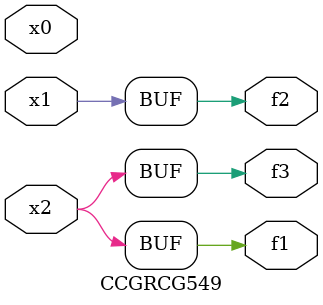
<source format=v>
module CCGRCG549(
	input x0, x1, x2,
	output f1, f2, f3
);
	assign f1 = x2;
	assign f2 = x1;
	assign f3 = x2;
endmodule

</source>
